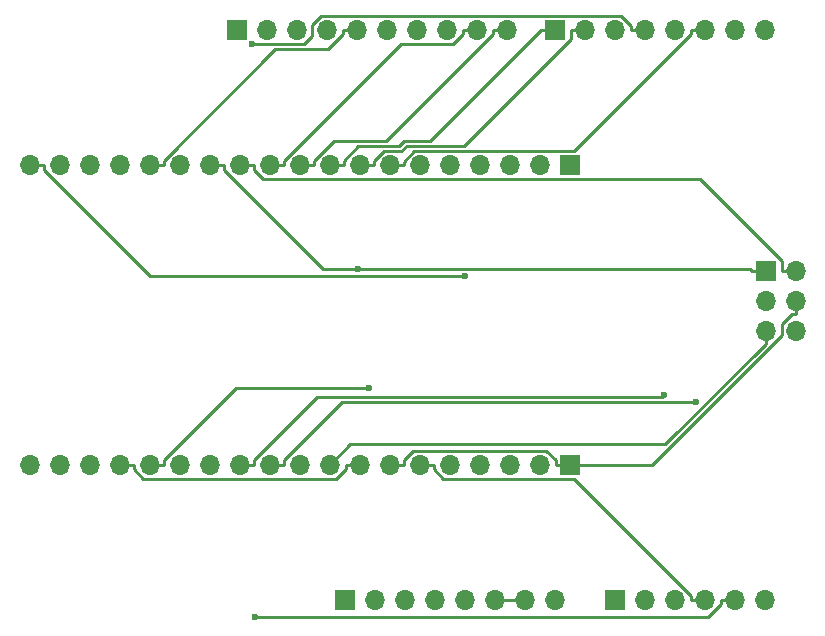
<source format=gbr>
%TF.GenerationSoftware,KiCad,Pcbnew,9.0.0*%
%TF.CreationDate,2025-03-17T21:04:26+02:00*%
%TF.ProjectId,dragino_esp,64726167-696e-46f5-9f65-73702e6b6963,rev?*%
%TF.SameCoordinates,Original*%
%TF.FileFunction,Copper,L1,Top*%
%TF.FilePolarity,Positive*%
%FSLAX46Y46*%
G04 Gerber Fmt 4.6, Leading zero omitted, Abs format (unit mm)*
G04 Created by KiCad (PCBNEW 9.0.0) date 2025-03-17 21:04:26*
%MOMM*%
%LPD*%
G01*
G04 APERTURE LIST*
%TA.AperFunction,ComponentPad*%
%ADD10O,1.700000X1.700000*%
%TD*%
%TA.AperFunction,ComponentPad*%
%ADD11R,1.700000X1.700000*%
%TD*%
%TA.AperFunction,ViaPad*%
%ADD12C,0.600000*%
%TD*%
%TA.AperFunction,Conductor*%
%ADD13C,0.250000*%
%TD*%
G04 APERTURE END LIST*
D10*
%TO.P,J7,19,Pin_19*%
%TO.N,/CLK!*%
X101270000Y-86010000D03*
%TO.P,J7,18,Pin_18*%
%TO.N,/D0!*%
X103810000Y-86010000D03*
%TO.P,J7,17,Pin_17*%
%TO.N,/D1!*%
X106350000Y-86010000D03*
%TO.P,J7,16,Pin_16*%
%TO.N,DO_A*%
X108890000Y-86010000D03*
%TO.P,J7,15,Pin_15*%
%TO.N,DIO0*%
X111430000Y-86010000D03*
%TO.P,J7,14,Pin_14*%
%TO.N,/0*%
X113970000Y-86010000D03*
%TO.P,J7,13,Pin_13*%
%TO.N,D4*%
X116510000Y-86010000D03*
%TO.P,J7,12,Pin_12*%
%TO.N,SX_TX_ESP_RX*%
X119050000Y-86010000D03*
%TO.P,J7,11,Pin_11*%
%TO.N,SX_RX_ESP_TX*%
X121590000Y-86010000D03*
%TO.P,J7,10,Pin_10*%
%TO.N,CS_A*%
X124130000Y-86010000D03*
%TO.P,J7,9,Pin_9*%
%TO.N,CLK_B*%
X126670000Y-86010000D03*
%TO.P,J7,8,Pin_8*%
%TO.N,DO_A*%
X129210000Y-86010000D03*
%TO.P,J7,7,Pin_7*%
%TO.N,GND*%
X131750000Y-86010000D03*
%TO.P,J7,6,Pin_6*%
%TO.N,1PPS*%
X134290000Y-86010000D03*
%TO.P,J7,5,Pin_5*%
%TO.N,/RX*%
X136830000Y-86010000D03*
%TO.P,J7,4,Pin_4*%
%TO.N,/TX*%
X139370000Y-86010000D03*
%TO.P,J7,3,Pin_3*%
%TO.N,D5*%
X141910000Y-86010000D03*
%TO.P,J7,2,Pin_2*%
%TO.N,DI_B*%
X144450000Y-86010000D03*
D11*
%TO.P,J7,1,Pin_1*%
%TO.N,GND*%
X146990000Y-86010000D03*
%TD*%
%TO.P,J1,1,Pin_1*%
%TO.N,unconnected-(J1-Pin_1-Pad1)*%
X127940000Y-97460000D03*
D10*
%TO.P,J1,2,Pin_2*%
%TO.N,/IOREF*%
X130480000Y-97460000D03*
%TO.P,J1,3,Pin_3*%
%TO.N,/~{RESET}*%
X133020000Y-97460000D03*
%TO.P,J1,4,Pin_4*%
%TO.N,+3.3V*%
X135560000Y-97460000D03*
%TO.P,J1,5,Pin_5*%
%TO.N,+5V*%
X138100000Y-97460000D03*
%TO.P,J1,6,Pin_6*%
%TO.N,GND*%
X140640000Y-97460000D03*
%TO.P,J1,7,Pin_7*%
X143180000Y-97460000D03*
%TO.P,J1,8,Pin_8*%
%TO.N,VCC*%
X145720000Y-97460000D03*
%TD*%
D11*
%TO.P,J3,1,Pin_1*%
%TO.N,/A0*%
X150800000Y-97460000D03*
D10*
%TO.P,J3,2,Pin_2*%
%TO.N,/A1*%
X153340000Y-97460000D03*
%TO.P,J3,3,Pin_3*%
%TO.N,/A2*%
X155880000Y-97460000D03*
%TO.P,J3,4,Pin_4*%
%TO.N,1PPS*%
X158420000Y-97460000D03*
%TO.P,J3,5,Pin_5*%
%TO.N,/SDA{slash}A4*%
X160960000Y-97460000D03*
%TO.P,J3,6,Pin_6*%
%TO.N,/SCL{slash}A5*%
X163500000Y-97460000D03*
%TD*%
D11*
%TO.P,J2,1,Pin_1*%
%TO.N,/SCL{slash}A5*%
X118796000Y-49200000D03*
D10*
%TO.P,J2,2,Pin_2*%
%TO.N,/SDA{slash}A4*%
X121336000Y-49200000D03*
%TO.P,J2,3,Pin_3*%
%TO.N,/AREF*%
X123876000Y-49200000D03*
%TO.P,J2,4,Pin_4*%
%TO.N,GND*%
X126416000Y-49200000D03*
%TO.P,J2,5,Pin_5*%
%TO.N,CLK_B*%
X128956000Y-49200000D03*
%TO.P,J2,6,Pin_6*%
%TO.N,DO_A*%
X131496000Y-49200000D03*
%TO.P,J2,7,Pin_7*%
%TO.N,DI_B*%
X134036000Y-49200000D03*
%TO.P,J2,8,Pin_8*%
%TO.N,CS_A*%
X136576000Y-49200000D03*
%TO.P,J2,9,Pin_9*%
%TO.N,RESET*%
X139116000Y-49200000D03*
%TO.P,J2,10,Pin_10*%
%TO.N,DIO5*%
X141656000Y-49200000D03*
%TD*%
D11*
%TO.P,J4,1,Pin_1*%
%TO.N,DIO2*%
X145720000Y-49200000D03*
D10*
%TO.P,J4,2,Pin_2*%
%TO.N,DIO1*%
X148260000Y-49200000D03*
%TO.P,J4,3,Pin_3*%
%TO.N,D5*%
X150800000Y-49200000D03*
%TO.P,J4,4,Pin_4*%
%TO.N,D4*%
X153340000Y-49200000D03*
%TO.P,J4,5,Pin_5*%
%TO.N,/\u002A3*%
X155880000Y-49200000D03*
%TO.P,J4,6,Pin_6*%
%TO.N,DIO0*%
X158420000Y-49200000D03*
%TO.P,J4,7,Pin_7*%
%TO.N,SX_TX_ESP_RX*%
X160960000Y-49200000D03*
%TO.P,J4,8,Pin_8*%
%TO.N,SX_RX_ESP_TX*%
X163500000Y-49200000D03*
%TD*%
D11*
%TO.P,J5,1,Pin_1*%
%TO.N,DO_A*%
X163600000Y-69570000D03*
D10*
%TO.P,J5,2,Pin_2*%
%TO.N,CLK_A*%
X166140000Y-69570000D03*
%TO.P,J5,3,Pin_3*%
%TO.N,/RST*%
X163600000Y-72110000D03*
%TO.P,J5,4,Pin_4*%
%TO.N,GND*%
X166140000Y-72110000D03*
%TO.P,J5,5,Pin_5*%
%TO.N,CLK_B*%
X163600000Y-74650000D03*
%TO.P,J5,6,Pin_6*%
%TO.N,VCC*%
X166140000Y-74650000D03*
%TD*%
D11*
%TO.P,J6,1,Pin_1*%
%TO.N,+3.3V*%
X146990000Y-60650000D03*
D10*
%TO.P,J6,2,Pin_2*%
%TO.N,/EN*%
X144450000Y-60650000D03*
%TO.P,J6,3,Pin_3*%
%TO.N,/VP*%
X141910000Y-60650000D03*
%TO.P,J6,4,Pin_4*%
%TO.N,/VN*%
X139370000Y-60650000D03*
%TO.P,J6,5,Pin_5*%
%TO.N,/34*%
X136830000Y-60650000D03*
%TO.P,J6,6,Pin_6*%
%TO.N,/35*%
X134290000Y-60650000D03*
%TO.P,J6,7,Pin_7*%
%TO.N,DIO0*%
X131750000Y-60650000D03*
%TO.P,J6,8,Pin_8*%
%TO.N,DIO1*%
X129210000Y-60650000D03*
%TO.P,J6,9,Pin_9*%
%TO.N,DIO2*%
X126670000Y-60650000D03*
%TO.P,J6,10,Pin_10*%
%TO.N,DIO5*%
X124130000Y-60650000D03*
%TO.P,J6,11,Pin_11*%
%TO.N,RESET*%
X121590000Y-60650000D03*
%TO.P,J6,12,Pin_12*%
%TO.N,CLK_A*%
X119050000Y-60650000D03*
%TO.P,J6,13,Pin_13*%
%TO.N,DO_A*%
X116510000Y-60650000D03*
%TO.P,J6,14,Pin_14*%
%TO.N,GND*%
X113970000Y-60650000D03*
%TO.P,J6,15,Pin_15*%
%TO.N,CLK_B*%
X111430000Y-60650000D03*
%TO.P,J6,16,Pin_16*%
%TO.N,/!D2*%
X108890000Y-60650000D03*
%TO.P,J6,17,Pin_17*%
%TO.N,/!D3*%
X106350000Y-60650000D03*
%TO.P,J6,18,Pin_18*%
%TO.N,/!CMD*%
X103810000Y-60650000D03*
%TO.P,J6,19,Pin_19*%
%TO.N,+5V*%
X101270000Y-60650000D03*
%TD*%
D12*
%TO.N,+5V*%
X138100000Y-70025000D03*
%TO.N,/SDA{slash}A4*%
X120378900Y-98928800D03*
%TO.N,DO_A*%
X129066300Y-69398300D03*
%TO.N,DIO0*%
X130009100Y-79489700D03*
%TO.N,SX_TX_ESP_RX*%
X154970200Y-80080100D03*
%TO.N,SX_RX_ESP_TX*%
X157716500Y-80729400D03*
%TO.N,D4*%
X120083200Y-50376700D03*
%TD*%
D13*
%TO.N,GND*%
X164963300Y-74095600D02*
X164963300Y-75046400D01*
X143180000Y-97460000D02*
X140640000Y-97460000D01*
X145004400Y-84833300D02*
X145813300Y-85642200D01*
X166140000Y-73286700D02*
X165772200Y-73286700D01*
X132926700Y-86010000D02*
X132926700Y-85642300D01*
X165772200Y-73286700D02*
X164963300Y-74095600D01*
X131750000Y-86010000D02*
X132926700Y-86010000D01*
X153999700Y-86010000D02*
X146990000Y-86010000D01*
X145813300Y-85642200D02*
X145813300Y-86010000D01*
X146990000Y-86010000D02*
X145813300Y-86010000D01*
X164963300Y-75046400D02*
X153999700Y-86010000D01*
X133735700Y-84833300D02*
X145004400Y-84833300D01*
X166140000Y-72110000D02*
X166140000Y-73286700D01*
X132926700Y-85642300D02*
X133735700Y-84833300D01*
%TO.N,+5V*%
X102446700Y-60650000D02*
X102446700Y-61017700D01*
X101270000Y-60650000D02*
X102446700Y-60650000D01*
X102446700Y-61017700D02*
X111454000Y-70025000D01*
X111454000Y-70025000D02*
X138100000Y-70025000D01*
%TO.N,/SDA{slash}A4*%
X159783300Y-97460000D02*
X159783300Y-97827700D01*
X160960000Y-97460000D02*
X159783300Y-97460000D01*
X158682200Y-98928800D02*
X120378900Y-98928800D01*
X159783300Y-97827700D02*
X158682200Y-98928800D01*
%TO.N,DO_A*%
X110066700Y-86010000D02*
X110066700Y-86377700D01*
X110875700Y-87186700D02*
X127224400Y-87186700D01*
X128033300Y-86377800D02*
X128033300Y-86010000D01*
X126067300Y-69398300D02*
X117686700Y-61017700D01*
X162251600Y-69398300D02*
X129066300Y-69398300D01*
X127224400Y-87186700D02*
X128033300Y-86377800D01*
X116510000Y-60650000D02*
X117686700Y-60650000D01*
X129210000Y-86010000D02*
X128033300Y-86010000D01*
X163600000Y-69570000D02*
X162423300Y-69570000D01*
X108890000Y-86010000D02*
X110066700Y-86010000D01*
X162423300Y-69570000D02*
X162251600Y-69398300D01*
X129066300Y-69398300D02*
X126067300Y-69398300D01*
X117686700Y-61017700D02*
X117686700Y-60650000D01*
X110066700Y-86377700D02*
X110875700Y-87186700D01*
%TO.N,CLK_B*%
X128399000Y-84281000D02*
X126670000Y-86010000D01*
X126518700Y-50828400D02*
X127779300Y-49567800D01*
X112606700Y-60650000D02*
X112606700Y-60282200D01*
X163600000Y-74650000D02*
X163600000Y-75752700D01*
X127779300Y-49567800D02*
X127779300Y-49200000D01*
X111430000Y-60650000D02*
X112606700Y-60650000D01*
X128956000Y-49200000D02*
X127779300Y-49200000D01*
X155071700Y-84281000D02*
X128399000Y-84281000D01*
X122060500Y-50828400D02*
X126518700Y-50828400D01*
X163600000Y-75752700D02*
X155071700Y-84281000D01*
X112606700Y-60282200D02*
X122060500Y-50828400D01*
%TO.N,DIO5*%
X140479300Y-49567700D02*
X131477100Y-58569900D01*
X124130000Y-60650000D02*
X125306700Y-60650000D01*
X125306700Y-60282200D02*
X125306700Y-60650000D01*
X131477100Y-58569900D02*
X127019000Y-58569900D01*
X127019000Y-58569900D02*
X125306700Y-60282200D01*
X141656000Y-49200000D02*
X140479300Y-49200000D01*
X140479300Y-49200000D02*
X140479300Y-49567700D01*
%TO.N,RESET*%
X121590000Y-60650000D02*
X122766700Y-60650000D01*
X122766700Y-60650000D02*
X122766700Y-60282200D01*
X139116000Y-49200000D02*
X137939300Y-49200000D01*
X122766700Y-60282200D02*
X132672200Y-50376700D01*
X137130400Y-50376700D02*
X137939300Y-49567800D01*
X132672200Y-50376700D02*
X137130400Y-50376700D01*
X137939300Y-49567800D02*
X137939300Y-49200000D01*
%TO.N,1PPS*%
X157243300Y-97092200D02*
X147337800Y-87186700D01*
X135466700Y-86377800D02*
X135466700Y-86010000D01*
X158420000Y-97460000D02*
X157243300Y-97460000D01*
X157243300Y-97460000D02*
X157243300Y-97092200D01*
X136275600Y-87186700D02*
X135466700Y-86377800D01*
X147337800Y-87186700D02*
X136275600Y-87186700D01*
X134290000Y-86010000D02*
X135466700Y-86010000D01*
%TO.N,DIO0*%
X157243300Y-49567700D02*
X157243300Y-49200000D01*
X118759300Y-79489700D02*
X130009100Y-79489700D01*
X147337700Y-59473300D02*
X157243300Y-49567700D01*
X111430000Y-86010000D02*
X112606700Y-86010000D01*
X131750000Y-60650000D02*
X132926700Y-60650000D01*
X132926700Y-60650000D02*
X132926700Y-60340100D01*
X112606700Y-85642300D02*
X118759300Y-79489700D01*
X112606700Y-86010000D02*
X112606700Y-85642300D01*
X132926700Y-60340100D02*
X133793500Y-59473300D01*
X158420000Y-49200000D02*
X157243300Y-49200000D01*
X133793500Y-59473300D02*
X147337700Y-59473300D01*
%TO.N,SX_TX_ESP_RX*%
X120226700Y-85644400D02*
X125593400Y-80277700D01*
X154772600Y-80277700D02*
X154970200Y-80080100D01*
X120226700Y-86010000D02*
X120226700Y-85644400D01*
X125593400Y-80277700D02*
X154772600Y-80277700D01*
X119050000Y-86010000D02*
X120226700Y-86010000D01*
%TO.N,DIO2*%
X145720000Y-49200000D02*
X144543300Y-49200000D01*
X127846700Y-60277400D02*
X127846700Y-60650000D01*
X132995200Y-58569900D02*
X132543500Y-59021600D01*
X132543500Y-59021600D02*
X129102500Y-59021600D01*
X129102500Y-59021600D02*
X127846700Y-60277400D01*
X135173400Y-58569900D02*
X132995200Y-58569900D01*
X144543300Y-49200000D02*
X135173400Y-58569900D01*
X126670000Y-60650000D02*
X127846700Y-60650000D01*
%TO.N,SX_RX_ESP_TX*%
X122766700Y-86010000D02*
X122766700Y-85644400D01*
X121590000Y-86010000D02*
X122766700Y-86010000D01*
X127681700Y-80729400D02*
X157716500Y-80729400D01*
X122766700Y-85644400D02*
X127681700Y-80729400D01*
%TO.N,DIO1*%
X147083300Y-49200000D02*
X147083300Y-50009000D01*
X133184200Y-59021600D02*
X132732500Y-59473300D01*
X129210000Y-60650000D02*
X130386700Y-60650000D01*
X147083300Y-50009000D02*
X138070700Y-59021600D01*
X138070700Y-59021600D02*
X133184200Y-59021600D01*
X130386700Y-60326800D02*
X130386700Y-60650000D01*
X131240200Y-59473300D02*
X130386700Y-60326800D01*
X132732500Y-59473300D02*
X131240200Y-59473300D01*
X148260000Y-49200000D02*
X147083300Y-49200000D01*
%TO.N,D4*%
X125146000Y-48801300D02*
X125146000Y-49687500D01*
X124456800Y-50376700D02*
X120083200Y-50376700D01*
X125929300Y-48018000D02*
X125146000Y-48801300D01*
X153340000Y-49200000D02*
X152163300Y-49200000D01*
X152163300Y-48832300D02*
X151349000Y-48018000D01*
X152163300Y-49200000D02*
X152163300Y-48832300D01*
X125146000Y-49687500D02*
X124456800Y-50376700D01*
X151349000Y-48018000D02*
X125929300Y-48018000D01*
%TO.N,CLK_A*%
X120226700Y-61017800D02*
X120226700Y-60650000D01*
X158029000Y-61826700D02*
X121035600Y-61826700D01*
X166140000Y-69570000D02*
X164963300Y-69570000D01*
X164963300Y-69570000D02*
X164963300Y-68761000D01*
X119050000Y-60650000D02*
X120226700Y-60650000D01*
X121035600Y-61826700D02*
X120226700Y-61017800D01*
X164963300Y-68761000D02*
X158029000Y-61826700D01*
%TD*%
M02*

</source>
